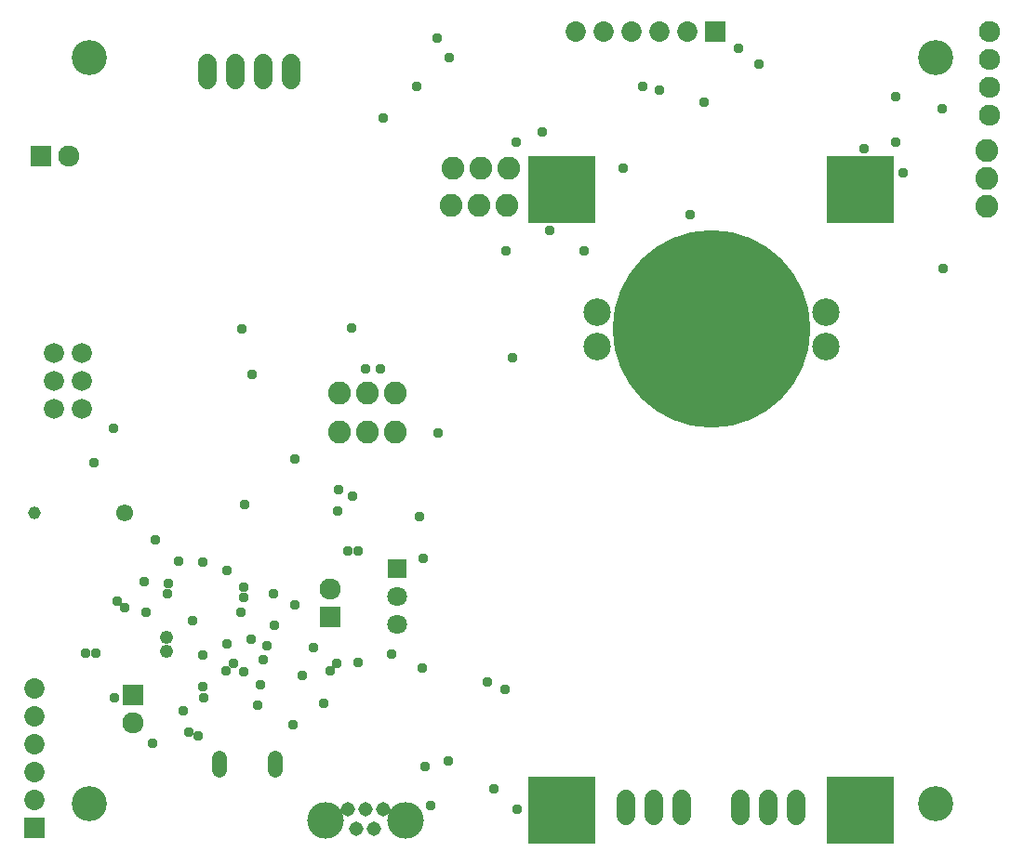
<source format=gbs>
G04 EAGLE Gerber RS-274X export*
G75*
%MOMM*%
%FSLAX34Y34*%
%LPD*%
%INSoldermask Bottom*%
%IPPOS*%
%AMOC8*
5,1,8,0,0,1.08239X$1,22.5*%
G01*
%ADD10C,3.203200*%
%ADD11C,1.928200*%
%ADD12R,1.808200X1.808200*%
%ADD13C,1.808200*%
%ADD14C,1.238200*%
%ADD15R,1.928200X1.928200*%
%ADD16C,1.828800*%
%ADD17C,1.553200*%
%ADD18C,1.153200*%
%ADD19C,1.320800*%
%ADD20C,2.082800*%
%ADD21R,6.203200X6.203200*%
%ADD22C,1.727200*%
%ADD23C,1.311200*%
%ADD24C,3.335200*%
%ADD25R,1.853200X1.853200*%
%ADD26C,1.853200*%
%ADD27C,2.503200*%
%ADD28C,18.003200*%
%ADD29C,0.959600*%


D10*
X65000Y720000D03*
X835000Y720000D03*
X835000Y40000D03*
X65000Y40000D03*
D11*
X884000Y744000D03*
X884000Y718600D03*
X884000Y693200D03*
X884000Y667800D03*
D12*
X345000Y254000D03*
D13*
X345000Y228600D03*
X345000Y203200D03*
D14*
X135000Y179000D03*
X135000Y191500D03*
D15*
X105000Y139000D03*
D11*
X105000Y113600D03*
D15*
X21000Y630000D03*
D11*
X46400Y630000D03*
D16*
X58200Y425500D03*
X32800Y425500D03*
X32800Y400100D03*
X58200Y400100D03*
X58200Y450900D03*
X32800Y450900D03*
D17*
X97200Y305000D03*
D18*
X14800Y305000D03*
D19*
X234400Y81588D02*
X234400Y70412D01*
X183600Y70412D02*
X183600Y81588D01*
D20*
X882000Y635400D03*
X882000Y610000D03*
X882000Y584600D03*
X446400Y619500D03*
X421000Y619500D03*
X395600Y619500D03*
X444900Y585500D03*
X419500Y585500D03*
X394100Y585500D03*
D21*
X495000Y34000D03*
X495000Y600000D03*
X767000Y600000D03*
X767000Y34000D03*
D22*
X172000Y699380D02*
X172000Y714620D01*
X197400Y714620D02*
X197400Y699380D01*
X222800Y699380D02*
X222800Y714620D01*
X248200Y714620D02*
X248200Y699380D01*
D20*
X292600Y414000D03*
X318000Y414000D03*
X343400Y414000D03*
X292600Y379000D03*
X318000Y379000D03*
X343400Y379000D03*
D23*
X332000Y35250D03*
X324000Y17250D03*
X316000Y35250D03*
X308000Y17250D03*
X300000Y35250D03*
D24*
X352500Y25250D03*
X279500Y25250D03*
D22*
X657600Y29380D02*
X657600Y44620D01*
X683000Y44620D02*
X683000Y29380D01*
X708400Y29380D02*
X708400Y44620D01*
X553600Y44620D02*
X553600Y29380D01*
X579000Y29380D02*
X579000Y44620D01*
X604400Y44620D02*
X604400Y29380D01*
D25*
X635000Y744000D03*
D26*
X609600Y744000D03*
X584200Y744000D03*
X558800Y744000D03*
X533400Y744000D03*
X508000Y744000D03*
D25*
X15000Y18000D03*
D26*
X15000Y43400D03*
X15000Y68800D03*
X15000Y94200D03*
X15000Y119600D03*
X15000Y145000D03*
D15*
X284000Y210000D03*
D11*
X284000Y235400D03*
D27*
X735500Y488000D03*
X735500Y457000D03*
X527500Y457000D03*
X527500Y488000D03*
D28*
X631500Y473000D03*
D29*
X316500Y436500D03*
X146500Y261000D03*
X114500Y242500D03*
X226400Y183714D03*
X195846Y167725D03*
X841700Y527900D03*
X655400Y728300D03*
X454500Y34800D03*
X205333Y160067D03*
X381600Y738052D03*
X218400Y130200D03*
X250000Y112000D03*
X69000Y351000D03*
X86500Y382000D03*
X269233Y182286D03*
X168200Y175400D03*
X190400Y185300D03*
X158800Y207000D03*
X87800Y136200D03*
X122300Y95400D03*
X136000Y231600D03*
X125318Y280318D03*
X300000Y270000D03*
X365500Y302000D03*
X190500Y252500D03*
X168000Y260000D03*
X611800Y576500D03*
X340300Y176600D03*
X391714Y79314D03*
X841600Y673300D03*
X770400Y636700D03*
X150000Y125000D03*
X290400Y168000D03*
X426800Y150600D03*
X806000Y615000D03*
X674100Y714300D03*
X155166Y105000D03*
X550400Y619600D03*
X332000Y665100D03*
X453789Y642911D03*
X443400Y143900D03*
X284100Y161200D03*
X164254Y102254D03*
X168500Y146500D03*
X450400Y446200D03*
X259100Y156614D03*
X362500Y694100D03*
X233500Y202800D03*
X232600Y231200D03*
X203152Y214807D03*
X116500Y214886D03*
X223000Y171400D03*
X370600Y74000D03*
X375800Y38000D03*
X221000Y148200D03*
X309400Y168400D03*
X309500Y270600D03*
X169000Y137000D03*
X382200Y377900D03*
X368000Y163600D03*
X368500Y263600D03*
X213000Y431000D03*
X252000Y354000D03*
X189662Y160841D03*
X433500Y54000D03*
X204000Y472400D03*
X136474Y240826D03*
X206600Y312900D03*
X329700Y436528D03*
X444000Y544000D03*
X515100Y544100D03*
X583600Y690200D03*
X61552Y177500D03*
X90000Y225000D03*
X205500Y237000D03*
X71000Y177500D03*
X97000Y219000D03*
X205500Y227847D03*
X798500Y642500D03*
X798500Y684000D03*
X291000Y307000D03*
X292000Y326000D03*
X304000Y320000D03*
X303500Y473700D03*
X477000Y652400D03*
X392100Y720300D03*
X483500Y562900D03*
X278000Y131700D03*
X624600Y679300D03*
X568600Y694000D03*
X212416Y189953D03*
X251600Y221300D03*
M02*

</source>
